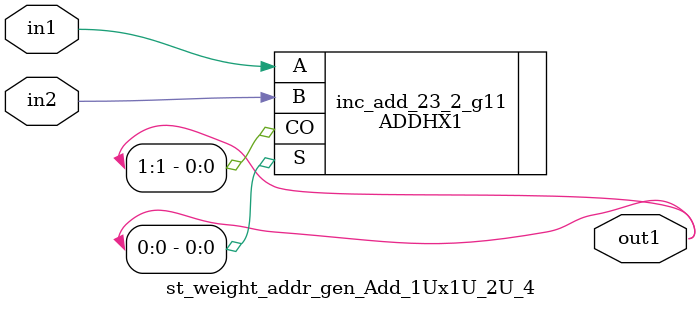
<source format=v>
`timescale 1ps / 1ps


module st_weight_addr_gen_Add_1Ux1U_2U_4(in2, in1, out1);
  input in2, in1;
  output [1:0] out1;
  wire in2, in1;
  wire [1:0] out1;
  ADDHX1 inc_add_23_2_g11(.A (in1), .B (in2), .CO (out1[1]), .S
       (out1[0]));
endmodule



</source>
